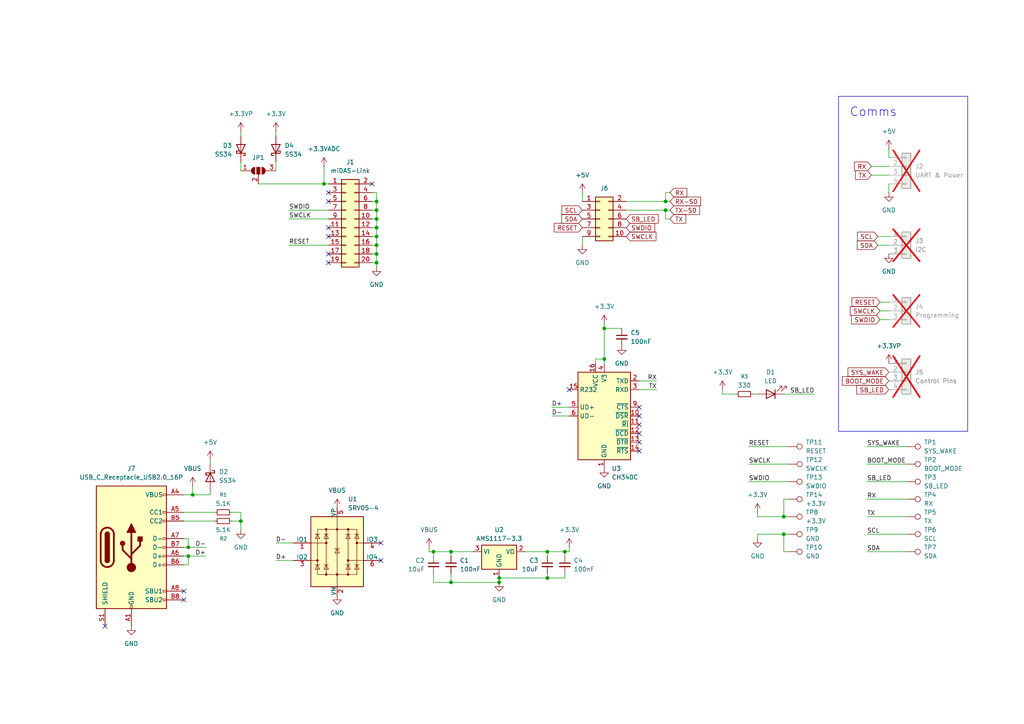
<source format=kicad_sch>
(kicad_sch (version 20250114) (generator "eeschema") (generator_version "9.0")
  (paper "A4")
  (lib_symbols
    (symbol "Connector:TestPoint" (pin_numbers (hide yes)) (pin_names (offset 0.762) (hide yes))
      (property "Reference" "TP" (at 0 6.858 0))
      (property "Value" "TestPoint" (at 0 5.08 0))
      (symbol "TestPoint_0_1"
        (circle (center 0 3.302) (radius 0.762))
      )
      (symbol "TestPoint_1_1"
        (pin passive line (at 0 0 90) (length 2.54) (name "1") (number "1"))
      )
    )
    (symbol "Connector:USB_C_Receptacle_USB2.0_16P" (pin_names (offset 1.016))
      (property "Reference" "J" (at 0 22.225 0))
      (property "Value" "USB_C_Receptacle_USB2.0_16P" (at 0 19.685 0))
      (symbol "USB_C_Receptacle_USB2.0_16P_0_0"
        (rectangle (start -0.254 -17.78) (end 0.254 -16.764))
        (rectangle (start 10.16 15.494) (end 9.144 14.986))
        (rectangle (start 10.16 10.414) (end 9.144 9.906))
        (rectangle (start 10.16 7.874) (end 9.144 7.366))
        (rectangle (start 10.16 2.794) (end 9.144 2.286))
        (rectangle (start 10.16 0.254) (end 9.144 -0.254))
        (rectangle (start 10.16 -2.286) (end 9.144 -2.794))
        (rectangle (start 10.16 -4.826) (end 9.144 -5.334))
        (rectangle (start 10.16 -12.446) (end 9.144 -12.954))
        (rectangle (start 10.16 -14.986) (end 9.144 -15.494))
      )
      (symbol "USB_C_Receptacle_USB2.0_16P_0_1"
        (rectangle (start -10.16 17.78) (end 10.16 -17.78) (stroke (width 0.254)) (fill (type background)))
        (polyline (pts (xy -8.89 -3.81) (xy -8.89 3.81)) (stroke (width 0.508)))
        (rectangle (start -7.62 -3.81) (end -6.35 3.81) (stroke (width 0.254)) (fill (type outline)))
        (arc (start -7.62 3.81) (mid -6.985 4.4423) (end -6.35 3.81) (stroke (width 0.254)))
        (arc (start -7.62 3.81) (mid -6.985 4.4423) (end -6.35 3.81) (stroke (width 0.254)) (fill (type outline)))
        (arc (start -8.89 3.81) (mid -6.985 5.7067) (end -5.08 3.81) (stroke (width 0.508)))
        (arc (start -5.08 -3.81) (mid -6.985 -5.7067) (end -8.89 -3.81) (stroke (width 0.508)))
        (arc (start -6.35 -3.81) (mid -6.985 -4.4423) (end -7.62 -3.81) (stroke (width 0.254)))
        (arc (start -6.35 -3.81) (mid -6.985 -4.4423) (end -7.62 -3.81) (stroke (width 0.254)) (fill (type outline)))
        (polyline (pts (xy -5.08 3.81) (xy -5.08 -3.81)) (stroke (width 0.508)))
        (circle (center -2.54 1.143) (radius 0.635) (stroke (width 0.254)) (fill (type outline)))
        (polyline (pts (xy -1.27 4.318) (xy 0 6.858) (xy 1.27 4.318) (xy -1.27 4.318)) (stroke (width 0.254)) (fill (type outline)))
        (polyline (pts (xy 0 -2.032) (xy 2.54 0.508) (xy 2.54 1.778)) (stroke (width 0.508)))
        (polyline (pts (xy 0 -3.302) (xy -2.54 -0.762) (xy -2.54 0.508)) (stroke (width 0.508)))
        (polyline (pts (xy 0 -5.842) (xy 0 4.318)) (stroke (width 0.508)))
        (circle (center 0 -5.842) (radius 1.27) (fill (type outline)))
        (rectangle (start 1.905 1.778) (end 3.175 3.048) (stroke (width 0.254)) (fill (type outline)))
      )
      (symbol "USB_C_Receptacle_USB2.0_16P_1_1"
        (pin passive line (at -7.62 -22.86 90) (length 5.08) (name "SHIELD") (number "S1"))
        (pin passive line (at 0 -22.86 90) (length 5.08) (name "GND") (number "A1"))
        (pin passive line (at 0 -22.86 90) (length 5.08) (hide yes) (name "GND") (number "A12"))
        (pin passive line (at 0 -22.86 90) (length 5.08) (hide yes) (name "GND") (number "B1"))
        (pin passive line (at 0 -22.86 90) (length 5.08) (hide yes) (name "GND") (number "B12"))
        (pin passive line (at 15.24 15.24 180) (length 5.08) (name "VBUS") (number "A4"))
        (pin passive line (at 15.24 15.24 180) (length 5.08) (hide yes) (name "VBUS") (number "A9"))
        (pin passive line (at 15.24 15.24 180) (length 5.08) (hide yes) (name "VBUS") (number "B4"))
        (pin passive line (at 15.24 15.24 180) (length 5.08) (hide yes) (name "VBUS") (number "B9"))
        (pin bidirectional line (at 15.24 10.16 180) (length 5.08) (name "CC1") (number "A5"))
        (pin bidirectional line (at 15.24 7.62 180) (length 5.08) (name "CC2") (number "B5"))
        (pin bidirectional line (at 15.24 2.54 180) (length 5.08) (name "D-") (number "A7"))
        (pin bidirectional line (at 15.24 0 180) (length 5.08) (name "D-") (number "B7"))
        (pin bidirectional line (at 15.24 -2.54 180) (length 5.08) (name "D+") (number "A6"))
        (pin bidirectional line (at 15.24 -5.08 180) (length 5.08) (name "D+") (number "B6"))
        (pin bidirectional line (at 15.24 -12.7 180) (length 5.08) (name "SBU1") (number "A8"))
        (pin bidirectional line (at 15.24 -15.24 180) (length 5.08) (name "SBU2") (number "B8"))
      )
    )
    (symbol "Connector_Generic:Conn_01x03" (pin_names (offset 1.016) (hide yes))
      (property "Reference" "J" (at 0 5.08 0))
      (property "Value" "Conn_01x03" (at 0 -5.08 0))
      (symbol "Conn_01x03_1_1"
        (rectangle (start -1.27 3.81) (end 1.27 -3.81) (stroke (width 0.254)) (fill (type background)))
        (rectangle (start -1.27 2.667) (end 0 2.413) (stroke (width 0.1524)))
        (rectangle (start -1.27 0.127) (end 0 -0.127) (stroke (width 0.1524)))
        (rectangle (start -1.27 -2.413) (end 0 -2.667) (stroke (width 0.1524)))
        (pin passive line (at -5.08 2.54 0) (length 3.81) (name "Pin_1") (number "1"))
        (pin passive line (at -5.08 0 0) (length 3.81) (name "Pin_2") (number "2"))
        (pin passive line (at -5.08 -2.54 0) (length 3.81) (name "Pin_3") (number "3"))
      )
    )
    (symbol "Connector_Generic:Conn_01x04" (pin_names (offset 1.016) (hide yes))
      (property "Reference" "J" (at 0 5.08 0))
      (property "Value" "Conn_01x04" (at 0 -7.62 0))
      (symbol "Conn_01x04_1_1"
        (rectangle (start -1.27 3.81) (end 1.27 -6.35) (stroke (width 0.254)) (fill (type background)))
        (rectangle (start -1.27 2.667) (end 0 2.413) (stroke (width 0.1524)))
        (rectangle (start -1.27 0.127) (end 0 -0.127) (stroke (width 0.1524)))
        (rectangle (start -1.27 -2.413) (end 0 -2.667) (stroke (width 0.1524)))
        (rectangle (start -1.27 -4.953) (end 0 -5.207) (stroke (width 0.1524)))
        (pin passive line (at -5.08 2.54 0) (length 3.81) (name "Pin_1") (number "1"))
        (pin passive line (at -5.08 0 0) (length 3.81) (name "Pin_2") (number "2"))
        (pin passive line (at -5.08 -2.54 0) (length 3.81) (name "Pin_3") (number "3"))
        (pin passive line (at -5.08 -5.08 0) (length 3.81) (name "Pin_4") (number "4"))
      )
    )
    (symbol "Connector_Generic:Conn_02x05_Odd_Even" (pin_names (offset 1.016) (hide yes))
      (property "Reference" "J" (at 1.27 7.62 0))
      (property "Value" "Conn_02x05_Odd_Even" (at 1.27 -7.62 0))
      (symbol "Conn_02x05_Odd_Even_1_1"
        (rectangle (start -1.27 6.35) (end 3.81 -6.35) (stroke (width 0.254)) (fill (type background)))
        (rectangle (start -1.27 5.207) (end 0 4.953) (stroke (width 0.1524)))
        (rectangle (start -1.27 2.667) (end 0 2.413) (stroke (width 0.1524)))
        (rectangle (start -1.27 0.127) (end 0 -0.127) (stroke (width 0.1524)))
        (rectangle (start -1.27 -2.413) (end 0 -2.667) (stroke (width 0.1524)))
        (rectangle (start -1.27 -4.953) (end 0 -5.207) (stroke (width 0.1524)))
        (rectangle (start 3.81 5.207) (end 2.54 4.953) (stroke (width 0.1524)))
        (rectangle (start 3.81 2.667) (end 2.54 2.413) (stroke (width 0.1524)))
        (rectangle (start 3.81 0.127) (end 2.54 -0.127) (stroke (width 0.1524)))
        (rectangle (start 3.81 -2.413) (end 2.54 -2.667) (stroke (width 0.1524)))
        (rectangle (start 3.81 -4.953) (end 2.54 -5.207) (stroke (width 0.1524)))
        (pin passive line (at -5.08 5.08 0) (length 3.81) (name "Pin_1") (number "1"))
        (pin passive line (at -5.08 2.54 0) (length 3.81) (name "Pin_3") (number "3"))
        (pin passive line (at -5.08 0 0) (length 3.81) (name "Pin_5") (number "5"))
        (pin passive line (at -5.08 -2.54 0) (length 3.81) (name "Pin_7") (number "7"))
        (pin passive line (at -5.08 -5.08 0) (length 3.81) (name "Pin_9") (number "9"))
        (pin passive line (at 7.62 5.08 180) (length 3.81) (name "Pin_2") (number "2"))
        (pin passive line (at 7.62 2.54 180) (length 3.81) (name "Pin_4") (number "4"))
        (pin passive line (at 7.62 0 180) (length 3.81) (name "Pin_6") (number "6"))
        (pin passive line (at 7.62 -2.54 180) (length 3.81) (name "Pin_8") (number "8"))
        (pin passive line (at 7.62 -5.08 180) (length 3.81) (name "Pin_10") (number "10"))
      )
    )
    (symbol "Connector_Generic:Conn_02x10_Odd_Even" (pin_names (offset 1.016) (hide yes))
      (property "Reference" "J" (at 1.27 12.7 0))
      (property "Value" "Conn_02x10_Odd_Even" (at 1.27 -15.24 0))
      (symbol "Conn_02x10_Odd_Even_1_1"
        (rectangle (start -1.27 11.43) (end 3.81 -13.97) (stroke (width 0.254)) (fill (type background)))
        (rectangle (start -1.27 10.287) (end 0 10.033) (stroke (width 0.1524)))
        (rectangle (start -1.27 7.747) (end 0 7.493) (stroke (width 0.1524)))
        (rectangle (start -1.27 5.207) (end 0 4.953) (stroke (width 0.1524)))
        (rectangle (start -1.27 2.667) (end 0 2.413) (stroke (width 0.1524)))
        (rectangle (start -1.27 0.127) (end 0 -0.127) (stroke (width 0.1524)))
        (rectangle (start -1.27 -2.413) (end 0 -2.667) (stroke (width 0.1524)))
        (rectangle (start -1.27 -4.953) (end 0 -5.207) (stroke (width 0.1524)))
        (rectangle (start -1.27 -7.493) (end 0 -7.747) (stroke (width 0.1524)))
        (rectangle (start -1.27 -10.033) (end 0 -10.287) (stroke (width 0.1524)))
        (rectangle (start -1.27 -12.573) (end 0 -12.827) (stroke (width 0.1524)))
        (rectangle (start 3.81 10.287) (end 2.54 10.033) (stroke (width 0.1524)))
        (rectangle (start 3.81 7.747) (end 2.54 7.493) (stroke (width 0.1524)))
        (rectangle (start 3.81 5.207) (end 2.54 4.953) (stroke (width 0.1524)))
        (rectangle (start 3.81 2.667) (end 2.54 2.413) (stroke (width 0.1524)))
        (rectangle (start 3.81 0.127) (end 2.54 -0.127) (stroke (width 0.1524)))
        (rectangle (start 3.81 -2.413) (end 2.54 -2.667) (stroke (width 0.1524)))
        (rectangle (start 3.81 -4.953) (end 2.54 -5.207) (stroke (width 0.1524)))
        (rectangle (start 3.81 -7.493) (end 2.54 -7.747) (stroke (width 0.1524)))
        (rectangle (start 3.81 -10.033) (end 2.54 -10.287) (stroke (width 0.1524)))
        (rectangle (start 3.81 -12.573) (end 2.54 -12.827) (stroke (width 0.1524)))
        (pin passive line (at -5.08 10.16 0) (length 3.81) (name "Pin_1") (number "1"))
        (pin passive line (at -5.08 7.62 0) (length 3.81) (name "Pin_3") (number "3"))
        (pin passive line (at -5.08 5.08 0) (length 3.81) (name "Pin_5") (number "5"))
        (pin passive line (at -5.08 2.54 0) (length 3.81) (name "Pin_7") (number "7"))
        (pin passive line (at -5.08 0 0) (length 3.81) (name "Pin_9") (number "9"))
        (pin passive line (at -5.08 -2.54 0) (length 3.81) (name "Pin_11") (number "11"))
        (pin passive line (at -5.08 -5.08 0) (length 3.81) (name "Pin_13") (number "13"))
        (pin passive line (at -5.08 -7.62 0) (length 3.81) (name "Pin_15") (number "15"))
        (pin passive line (at -5.08 -10.16 0) (length 3.81) (name "Pin_17") (number "17"))
        (pin passive line (at -5.08 -12.7 0) (length 3.81) (name "Pin_19") (number "19"))
        (pin passive line (at 7.62 10.16 180) (length 3.81) (name "Pin_2") (number "2"))
        (pin passive line (at 7.62 7.62 180) (length 3.81) (name "Pin_4") (number "4"))
        (pin passive line (at 7.62 5.08 180) (length 3.81) (name "Pin_6") (number "6"))
        (pin passive line (at 7.62 2.54 180) (length 3.81) (name "Pin_8") (number "8"))
        (pin passive line (at 7.62 0 180) (length 3.81) (name "Pin_10") (number "10"))
        (pin passive line (at 7.62 -2.54 180) (length 3.81) (name "Pin_12") (number "12"))
        (pin passive line (at 7.62 -5.08 180) (length 3.81) (name "Pin_14") (number "14"))
        (pin passive line (at 7.62 -7.62 180) (length 3.81) (name "Pin_16") (number "16"))
        (pin passive line (at 7.62 -10.16 180) (length 3.81) (name "Pin_18") (number "18"))
        (pin passive line (at 7.62 -12.7 180) (length 3.81) (name "Pin_20") (number "20"))
      )
    )
    (symbol "Device:C_Small" (pin_numbers (hide yes)) (pin_names (offset 0.254) (hide yes))
      (property "Reference" "C" (at 0.254 1.778 0))
      (property "Value" "C_Small" (at 0.254 -2.032 0))
      (symbol "C_Small_0_1"
        (polyline (pts (xy -1.524 0.508) (xy 1.524 0.508)) (stroke (width 0.3048)))
        (polyline (pts (xy -1.524 -0.508) (xy 1.524 -0.508)) (stroke (width 0.3302)))
      )
      (symbol "C_Small_1_1"
        (pin passive line (at 0 2.54 270) (length 2.032) (name "~") (number "1"))
        (pin passive line (at 0 -2.54 90) (length 2.032) (name "~") (number "2"))
      )
    )
    (symbol "Device:LED" (pin_numbers (hide yes)) (pin_names (offset 1.016) (hide yes))
      (property "Reference" "D" (at 0 2.54 0))
      (property "Value" "LED" (at 0 -2.54 0))
      (symbol "LED_0_1"
        (polyline (pts (xy -3.048 -0.762) (xy -4.572 -2.286) (xy -3.81 -2.286) (xy -4.572 -2.286) (xy -4.572 -1.524)))
        (polyline (pts (xy -1.778 -0.762) (xy -3.302 -2.286) (xy -2.54 -2.286) (xy -3.302 -2.286) (xy -3.302 -1.524)))
        (polyline (pts (xy -1.27 0) (xy 1.27 0)))
        (polyline (pts (xy -1.27 -1.27) (xy -1.27 1.27)) (stroke (width 0.254)))
        (polyline (pts (xy 1.27 -1.27) (xy 1.27 1.27) (xy -1.27 0) (xy 1.27 -1.27)) (stroke (width 0.254)))
      )
      (symbol "LED_1_1"
        (pin passive line (at -3.81 0 0) (length 2.54) (name "K") (number "1"))
        (pin passive line (at 3.81 0 180) (length 2.54) (name "A") (number "2"))
      )
    )
    (symbol "Device:R_Small" (pin_numbers (hide yes)) (pin_names (offset 0.254) (hide yes))
      (property "Reference" "R" (at 0 0 90))
      (property "Value" "R_Small" (at 1.778 0 90))
      (symbol "R_Small_0_1"
        (rectangle (start -0.762 1.778) (end 0.762 -1.778) (stroke (width 0.2032)))
      )
      (symbol "R_Small_1_1"
        (pin passive line (at 0 2.54 270) (length 0.762) (name "~") (number "1"))
        (pin passive line (at 0 -2.54 90) (length 0.762) (name "~") (number "2"))
      )
    )
    (symbol "Diode:SS34" (pin_numbers (hide yes)) (pin_names (offset 1.016) (hide yes))
      (property "Reference" "D" (at 0 2.54 0))
      (property "Value" "SS34" (at 0 -2.54 0))
      (symbol "SS34_0_1"
        (polyline (pts (xy -1.905 0.635) (xy -1.905 1.27) (xy -1.27 1.27) (xy -1.27 -1.27) (xy -0.635 -1.27) (xy -0.635 -0.635)) (stroke (width 0.254)))
        (polyline (pts (xy 1.27 1.27) (xy 1.27 -1.27) (xy -1.27 0) (xy 1.27 1.27)) (stroke (width 0.254)))
        (polyline (pts (xy 1.27 0) (xy -1.27 0)))
      )
      (symbol "SS34_1_1"
        (pin passive line (at -3.81 0 0) (length 2.54) (name "K") (number "1"))
        (pin passive line (at 3.81 0 180) (length 2.54) (name "A") (number "2"))
      )
    )
    (symbol "Interface_USB:CH340C"
      (property "Reference" "U" (at -5.08 13.97 0))
      (property "Value" "CH340C" (at 1.27 13.97 0))
      (symbol "CH340C_0_1"
        (rectangle (start -7.62 12.7) (end 7.62 -12.7) (stroke (width 0.254)) (fill (type background)))
      )
      (symbol "CH340C_1_1"
        (pin input line (at -10.16 7.62 0) (length 2.54) (name "R232") (number "15"))
        (pin bidirectional line (at -10.16 2.54 0) (length 2.54) (name "UD+") (number "5"))
        (pin bidirectional line (at -10.16 0 0) (length 2.54) (name "UD-") (number "6"))
        (pin no_connect line (at -7.62 -5.08 0) (length 2.54) (hide yes) (name "NC") (number "7"))
        (pin no_connect line (at -7.62 -7.62 0) (length 2.54) (hide yes) (name "NC") (number "8"))
        (pin power_in line (at -2.54 15.24 270) (length 2.54) (name "VCC") (number "16"))
        (pin power_out line (at 0 15.24 270) (length 2.54) (name "V3") (number "4"))
        (pin power_in line (at 0 -15.24 90) (length 2.54) (name "GND") (number "1"))
        (pin output line (at 10.16 10.16 180) (length 2.54) (name "TXD") (number "2"))
        (pin input line (at 10.16 7.62 180) (length 2.54) (name "RXD") (number "3"))
        (pin input line (at 10.16 2.54 180) (length 2.54) (name "~{CTS}") (number "9"))
        (pin input line (at 10.16 0 180) (length 2.54) (name "~{DSR}") (number "10"))
        (pin input line (at 10.16 -2.54 180) (length 2.54) (name "~{RI}") (number "11"))
        (pin input line (at 10.16 -5.08 180) (length 2.54) (name "~{DCD}") (number "12"))
        (pin output line (at 10.16 -7.62 180) (length 2.54) (name "~{DTR}") (number "13"))
        (pin output line (at 10.16 -10.16 180) (length 2.54) (name "~{RTS}") (number "14"))
      )
    )
    (symbol "Jumper:SolderJumper_3_Open" (pin_names (offset 0) (hide yes)) (in_bom no)
      (property "Reference" "JP" (at -2.54 -2.54 0))
      (property "Value" "SolderJumper_3_Open" (at 0 2.794 0))
      (symbol "SolderJumper_3_Open_0_1"
        (polyline (pts (xy -2.54 0) (xy -2.032 0)))
        (polyline (pts (xy -1.016 1.016) (xy -1.016 -1.016)))
        (arc (start -1.016 -1.016) (mid -2.0276 0) (end -1.016 1.016))
        (arc (start -1.016 -1.016) (mid -2.0276 0) (end -1.016 1.016) (fill (type outline)))
        (rectangle (start -0.508 1.016) (end 0.508 -1.016) (fill (type outline)))
        (polyline (pts (xy 0 -1.27) (xy 0 -1.016)))
        (arc (start 1.016 1.016) (mid 2.0276 0) (end 1.016 -1.016))
        (arc (start 1.016 1.016) (mid 2.0276 0) (end 1.016 -1.016) (fill (type outline)))
        (polyline (pts (xy 1.016 1.016) (xy 1.016 -1.016)))
        (polyline (pts (xy 2.54 0) (xy 2.032 0)))
      )
      (symbol "SolderJumper_3_Open_1_1"
        (pin passive line (at -5.08 0 0) (length 2.54) (name "A") (number "1"))
        (pin passive line (at 0 -3.81 90) (length 2.54) (name "C") (number "2"))
        (pin passive line (at 5.08 0 180) (length 2.54) (name "B") (number "3"))
      )
    )
    (symbol "Power_Protection:SRV05-4" (pin_names (offset 0))
      (property "Reference" "U" (at -5.08 11.43 0))
      (property "Value" "SRV05-4" (at 2.54 11.43 0))
      (symbol "SRV05-4_0_0"
        (rectangle (start -5.715 6.477) (end 5.715 -6.604))
        (polyline (pts (xy -3.175 -6.604) (xy -3.175 6.477)))
        (polyline (pts (xy 3.175 6.477) (xy 3.175 -6.604)))
      )
      (symbol "SRV05-4_0_1"
        (polyline (pts (xy -7.747 2.54) (xy -3.175 2.54)))
        (rectangle (start -7.62 10.16) (end 7.62 -10.16) (stroke (width 0.254)) (fill (type background)))
        (polyline (pts (xy -7.62 -2.54) (xy -5.715 -2.54)))
        (circle (center -5.715 -2.54) (radius 0.2794) (fill (type outline)))
        (polyline (pts (xy -5.08 5.08) (xy -6.35 5.08)))
        (polyline (pts (xy -5.08 3.81) (xy -6.35 3.81) (xy -5.715 5.08) (xy -5.08 3.81)))
        (polyline (pts (xy -5.08 -3.81) (xy -6.35 -3.81)))
        (polyline (pts (xy -5.08 -5.08) (xy -6.35 -5.08) (xy -5.715 -3.81) (xy -5.08 -5.08)))
        (circle (center -3.175 6.477) (radius 0.2794) (fill (type outline)))
        (circle (center -3.175 2.54) (radius 0.2794) (fill (type outline)))
        (circle (center -3.175 -6.604) (radius 0.2794) (fill (type outline)))
        (polyline (pts (xy -2.54 5.08) (xy -3.81 5.08)))
        (polyline (pts (xy -2.54 3.81) (xy -3.81 3.81) (xy -3.175 5.08) (xy -2.54 3.81)))
        (polyline (pts (xy -2.54 -3.81) (xy -3.81 -3.81)))
        (polyline (pts (xy -2.54 -5.08) (xy -3.81 -5.08) (xy -3.175 -3.81) (xy -2.54 -5.08)))
        (polyline (pts (xy 0 10.16) (xy 0 -10.16)))
        (circle (center 0 6.477) (radius 0.2794) (fill (type outline)))
        (circle (center 0 -6.604) (radius 0.2794) (fill (type outline)))
        (polyline (pts (xy 0.635 0.889) (xy -0.635 0.889) (xy -0.635 0.635)))
        (polyline (pts (xy 0.635 -0.381) (xy -0.635 -0.381) (xy 0 0.889) (xy 0.635 -0.381)))
        (circle (center 3.175 6.477) (radius 0.2794) (fill (type outline)))
        (circle (center 3.175 -2.54) (radius 0.2794) (fill (type outline)))
        (circle (center 3.175 -6.604) (radius 0.2794) (fill (type outline)))
        (polyline (pts (xy 3.81 5.08) (xy 2.54 5.08)))
        (polyline (pts (xy 3.81 3.81) (xy 2.54 3.81) (xy 3.175 5.08) (xy 3.81 3.81)))
        (polyline (pts (xy 3.81 -3.81) (xy 2.54 -3.81)))
        (polyline (pts (xy 3.81 -5.08) (xy 2.54 -5.08) (xy 3.175 -3.81) (xy 3.81 -5.08)))
        (circle (center 5.715 2.54) (radius 0.2794) (fill (type outline)))
        (polyline (pts (xy 6.35 5.08) (xy 5.08 5.08)))
        (polyline (pts (xy 6.35 3.81) (xy 5.08 3.81) (xy 5.715 5.08) (xy 6.35 3.81)))
        (polyline (pts (xy 6.35 -3.81) (xy 5.08 -3.81)))
        (polyline (pts (xy 6.35 -5.08) (xy 5.08 -5.08) (xy 5.715 -3.81) (xy 6.35 -5.08)))
        (polyline (pts (xy 7.62 2.54) (xy 5.715 2.54)))
        (polyline (pts (xy 7.62 -2.54) (xy 3.175 -2.54)))
      )
      (symbol "SRV05-4_1_1"
        (pin passive line (at -12.7 2.54 0) (length 5.08) (name "IO1") (number "1"))
        (pin passive line (at -12.7 -2.54 0) (length 5.08) (name "IO2") (number "3"))
        (pin passive line (at 0 12.7 270) (length 2.54) (name "VP") (number "5"))
        (pin passive line (at 0 -12.7 90) (length 2.54) (name "VN") (number "2"))
        (pin passive line (at 12.7 2.54 180) (length 5.08) (name "IO3") (number "4"))
        (pin passive line (at 12.7 -2.54 180) (length 5.08) (name "IO4") (number "6"))
      )
    )
    (symbol "Regulator_Linear:AMS1117-3.3"
      (property "Reference" "U" (at -3.81 3.175 0))
      (property "Value" "AMS1117-3.3" (at 0 3.175 0))
      (symbol "AMS1117-3.3_0_1"
        (rectangle (start -5.08 -5.08) (end 5.08 1.905) (stroke (width 0.254)) (fill (type background)))
      )
      (symbol "AMS1117-3.3_1_1"
        (pin power_in line (at -7.62 0 0) (length 2.54) (name "VI") (number "3"))
        (pin power_in line (at 0 -7.62 90) (length 2.54) (name "GND") (number "1"))
        (pin power_out line (at 7.62 0 180) (length 2.54) (name "VO") (number "2"))
      )
    )
    (symbol "power:+3.3V" (power) (pin_numbers (hide yes)) (pin_names (offset 0) (hide yes))
      (property "Value" "+3.3V" (at 0 3.556 0))
      (symbol "+3.3V_0_1"
        (polyline (pts (xy -0.762 1.27) (xy 0 2.54)))
        (polyline (pts (xy 0 2.54) (xy 0.762 1.27)))
        (polyline (pts (xy 0 0) (xy 0 2.54)))
      )
      (symbol "+3.3V_1_1"
        (pin power_in line (at 0 0 90) (length 0) (name "~") (number "1"))
      )
    )
    (symbol "power:+3.3VADC" (power) (pin_numbers (hide yes)) (pin_names (offset 0) (hide yes))
      (property "Value" "+3.3VADC" (at 0 3.556 0))
      (symbol "+3.3VADC_0_0"
        (pin power_in line (at 0 0 90) (length 0) (name "~") (number "1"))
      )
      (symbol "+3.3VADC_0_1"
        (polyline (pts (xy -0.762 1.27) (xy 0 2.54)))
        (polyline (pts (xy 0 2.54) (xy 0.762 1.27)))
        (polyline (pts (xy 0 0) (xy 0 2.54)))
      )
    )
    (symbol "power:+3.3VP" (power) (pin_numbers (hide yes)) (pin_names (offset 0) (hide yes))
      (property "Value" "+3.3VP" (at 0 3.556 0))
      (symbol "+3.3VP_0_0"
        (pin power_in line (at 0 0 90) (length 0) (name "~") (number "1"))
      )
      (symbol "+3.3VP_0_1"
        (polyline (pts (xy -0.762 1.27) (xy 0 2.54)))
        (polyline (pts (xy 0 2.54) (xy 0.762 1.27)))
        (polyline (pts (xy 0 0) (xy 0 2.54)))
      )
    )
    (symbol "power:+5V" (power) (pin_numbers (hide yes)) (pin_names (offset 0) (hide yes))
      (property "Value" "+5V" (at 0 3.556 0))
      (symbol "+5V_0_1"
        (polyline (pts (xy -0.762 1.27) (xy 0 2.54)))
        (polyline (pts (xy 0 2.54) (xy 0.762 1.27)))
        (polyline (pts (xy 0 0) (xy 0 2.54)))
      )
      (symbol "+5V_1_1"
        (pin power_in line (at 0 0 90) (length 0) (name "~") (number "1"))
      )
    )
    (symbol "power:GND" (power) (pin_numbers (hide yes)) (pin_names (offset 0) (hide yes))
      (property "Value" "GND" (at 0 -3.81 0))
      (symbol "GND_0_1"
        (polyline (pts (xy 0 0) (xy 0 -1.27) (xy 1.27 -1.27) (xy 0 -2.54) (xy -1.27 -1.27) (xy 0 -1.27)))
      )
      (symbol "GND_1_1"
        (pin power_in line (at 0 0 270) (length 0) (name "~") (number "1"))
      )
    )
    (symbol "power:VBUS" (power) (pin_numbers (hide yes)) (pin_names (offset 0) (hide yes))
      (property "Value" "VBUS" (at 0 3.556 0))
      (symbol "VBUS_0_1"
        (polyline (pts (xy -0.762 1.27) (xy 0 2.54)))
        (polyline (pts (xy 0 2.54) (xy 0.762 1.27)))
        (polyline (pts (xy 0 0) (xy 0 2.54)))
      )
      (symbol "VBUS_1_1"
        (pin power_in line (at 0 0 90) (length 0) (name "~") (number "1"))
      )
    )
  )
  (rectangle (start 243.205 27.94) (end 280.67 125.095))
  (text "Comms" (at 246.38 31.115 0) (effects (font (size 2.54 2.54)) (justify left top)))
  (junction (at 54.61 161.29))
  (junction (at 144.78 167.64))
  (junction (at 130.81 160.02))
  (junction (at 158.75 160.02))
  (junction (at 125.73 160.02))
  (junction (at 55.88 143.51))
  (junction (at 109.22 73.66))
  (junction (at 158.75 167.64))
  (junction (at 109.22 71.12))
  (junction (at 109.22 68.58))
  (junction (at 109.22 76.2))
  (junction (at 175.26 104.14))
  (junction (at 109.22 58.42))
  (junction (at 93.98 53.34))
  (junction (at 130.81 168.91))
  (junction (at 54.61 158.75))
  (junction (at 144.78 168.91))
  (junction (at 163.83 160.02))
  (junction (at 193.04 58.42))
  (junction (at 69.85 151.13))
  (junction (at 175.26 95.25))
  (junction (at 109.22 66.04))
  (junction (at 109.22 63.5))
  (junction (at 227.33 154.94))
  (junction (at 109.22 60.96))
  (junction (at 193.04 60.96))
  (junction (at 227.33 149.86))
  (no_connect (at 95.25 66.04))
  (no_connect (at 53.34 173.99))
  (no_connect (at 95.25 73.66))
  (no_connect (at 95.25 55.88))
  (no_connect (at 107.95 53.34))
  (no_connect (at 110.49 157.48))
  (no_connect (at 185.42 130.81))
  (no_connect (at 95.25 58.42))
  (no_connect (at 185.42 123.19))
  (no_connect (at 110.49 162.56))
  (no_connect (at 185.42 118.11))
  (no_connect (at 95.25 68.58))
  (no_connect (at 185.42 125.73))
  (no_connect (at 165.1 113.03))
  (no_connect (at 95.25 76.2))
  (no_connect (at 30.48 181.61))
  (no_connect (at 185.42 128.27))
  (no_connect (at 53.34 171.45))
  (no_connect (at 185.42 120.65))
  (wire (pts (xy 227.33 154.94) (xy 227.33 160.02)))
  (wire (pts (xy 85.09 162.56) (xy 80.01 162.56)))
  (wire (pts (xy 209.55 113.03) (xy 209.55 114.3)))
  (wire (pts (xy 109.22 68.58) (xy 109.22 71.12)))
  (wire (pts (xy 158.75 167.64) (xy 144.78 167.64)))
  (wire (pts (xy 219.71 154.94) (xy 227.33 154.94)))
  (wire (pts (xy 109.22 73.66) (xy 109.22 76.2)))
  (wire (pts (xy 109.22 58.42) (xy 109.22 60.96)))
  (wire (pts (xy 194.31 55.88) (xy 193.04 55.88)))
  (wire (pts (xy 124.46 158.75) (xy 124.46 160.02)))
  (wire (pts (xy 163.83 161.29) (xy 163.83 160.02)))
  (wire (pts (xy 54.61 161.29) (xy 54.61 163.83)))
  (wire (pts (xy 55.88 140.97) (xy 55.88 143.51)))
  (wire (pts (xy 255.27 92.71) (xy 257.81 92.71)))
  (wire (pts (xy 158.75 166.37) (xy 158.75 167.64)))
  (wire (pts (xy 252.73 50.8) (xy 257.81 50.8)))
  (wire (pts (xy 69.85 38.1) (xy 69.85 39.37)))
  (wire (pts (xy 255.27 87.63) (xy 257.81 87.63)))
  (wire (pts (xy 193.04 58.42) (xy 181.61 58.42)))
  (wire (pts (xy 168.91 68.58) (xy 168.91 71.12)))
  (wire (pts (xy 193.04 55.88) (xy 193.04 58.42)))
  (wire (pts (xy 80.01 38.1) (xy 80.01 39.37)))
  (wire (pts (xy 185.42 113.03) (xy 190.5 113.03)))
  (wire (pts (xy 175.26 95.25) (xy 175.26 104.14)))
  (wire (pts (xy 109.22 76.2) (xy 109.22 77.47)))
  (wire (pts (xy 53.34 148.59) (xy 62.23 148.59)))
  (wire (pts (xy 257.81 43.18) (xy 257.81 45.72)))
  (wire (pts (xy 228.6 144.78) (xy 227.33 144.78)))
  (wire (pts (xy 219.71 148.59) (xy 219.71 149.86)))
  (wire (pts (xy 107.95 68.58) (xy 109.22 68.58)))
  (wire (pts (xy 85.09 157.48) (xy 80.01 157.48)))
  (wire (pts (xy 165.1 160.02) (xy 163.83 160.02)))
  (wire (pts (xy 255.27 90.17) (xy 257.81 90.17)))
  (wire (pts (xy 109.22 60.96) (xy 109.22 63.5)))
  (wire (pts (xy 109.22 71.12) (xy 109.22 73.66)))
  (wire (pts (xy 165.1 120.65) (xy 160.02 120.65)))
  (wire (pts (xy 109.22 55.88) (xy 109.22 58.42)))
  (wire (pts (xy 227.33 149.86) (xy 228.6 149.86)))
  (wire (pts (xy 165.1 158.75) (xy 165.1 160.02)))
  (wire (pts (xy 69.85 153.67) (xy 69.85 151.13)))
  (wire (pts (xy 107.95 60.96) (xy 109.22 60.96)))
  (wire (pts (xy 60.96 133.35) (xy 60.96 134.62)))
  (wire (pts (xy 53.34 161.29) (xy 54.61 161.29)))
  (wire (pts (xy 53.34 156.21) (xy 54.61 156.21)))
  (wire (pts (xy 163.83 167.64) (xy 158.75 167.64)))
  (wire (pts (xy 168.91 55.88) (xy 168.91 58.42)))
  (wire (pts (xy 93.98 53.34) (xy 95.25 53.34)))
  (wire (pts (xy 83.82 60.96) (xy 95.25 60.96)))
  (wire (pts (xy 107.95 73.66) (xy 109.22 73.66)))
  (wire (pts (xy 175.26 95.25) (xy 180.34 95.25)))
  (wire (pts (xy 107.95 58.42) (xy 109.22 58.42)))
  (wire (pts (xy 165.1 118.11) (xy 160.02 118.11)))
  (wire (pts (xy 69.85 46.99) (xy 69.85 49.53)))
  (wire (pts (xy 69.85 148.59) (xy 69.85 151.13)))
  (wire (pts (xy 109.22 66.04) (xy 109.22 68.58)))
  (wire (pts (xy 158.75 161.29) (xy 158.75 160.02)))
  (wire (pts (xy 125.73 168.91) (xy 130.81 168.91)))
  (wire (pts (xy 217.17 129.54) (xy 228.6 129.54)))
  (wire (pts (xy 62.23 151.13) (xy 53.34 151.13)))
  (wire (pts (xy 193.04 63.5) (xy 193.04 60.96)))
  (wire (pts (xy 54.61 158.75) (xy 59.69 158.75)))
  (wire (pts (xy 144.78 168.91) (xy 144.78 167.64)))
  (wire (pts (xy 227.33 154.94) (xy 228.6 154.94)))
  (wire (pts (xy 251.46 144.78) (xy 262.89 144.78)))
  (wire (pts (xy 209.55 114.3) (xy 213.36 114.3)))
  (wire (pts (xy 251.46 160.02) (xy 262.89 160.02)))
  (wire (pts (xy 83.82 63.5) (xy 95.25 63.5)))
  (wire (pts (xy 254.635 71.12) (xy 257.81 71.12)))
  (wire (pts (xy 69.85 151.13) (xy 67.31 151.13)))
  (wire (pts (xy 130.81 168.91) (xy 144.78 168.91)))
  (wire (pts (xy 251.46 134.62) (xy 262.89 134.62)))
  (wire (pts (xy 130.81 160.02) (xy 130.81 161.29)))
  (wire (pts (xy 125.73 166.37) (xy 125.73 168.91)))
  (wire (pts (xy 107.95 71.12) (xy 109.22 71.12)))
  (wire (pts (xy 130.81 160.02) (xy 137.16 160.02)))
  (wire (pts (xy 251.46 139.7) (xy 262.89 139.7)))
  (wire (pts (xy 175.26 105.41) (xy 175.26 104.14)))
  (wire (pts (xy 93.98 48.26) (xy 93.98 53.34)))
  (wire (pts (xy 60.96 143.51) (xy 55.88 143.51)))
  (wire (pts (xy 227.33 114.3) (xy 236.22 114.3)))
  (wire (pts (xy 257.81 53.34) (xy 257.81 55.88)))
  (wire (pts (xy 74.93 53.34) (xy 93.98 53.34)))
  (wire (pts (xy 124.46 160.02) (xy 125.73 160.02)))
  (wire (pts (xy 219.71 154.94) (xy 219.71 156.21)))
  (wire (pts (xy 193.04 60.96) (xy 181.61 60.96)))
  (wire (pts (xy 218.44 114.3) (xy 219.71 114.3)))
  (wire (pts (xy 217.17 134.62) (xy 228.6 134.62)))
  (wire (pts (xy 54.61 156.21) (xy 54.61 158.75)))
  (wire (pts (xy 109.22 63.5) (xy 109.22 66.04)))
  (wire (pts (xy 163.83 160.02) (xy 158.75 160.02)))
  (wire (pts (xy 194.31 63.5) (xy 193.04 63.5)))
  (wire (pts (xy 219.71 149.86) (xy 227.33 149.86)))
  (wire (pts (xy 254.635 68.58) (xy 257.81 68.58)))
  (wire (pts (xy 83.82 71.12) (xy 95.25 71.12)))
  (wire (pts (xy 252.73 48.26) (xy 257.81 48.26)))
  (wire (pts (xy 53.34 163.83) (xy 54.61 163.83)))
  (wire (pts (xy 194.31 60.96) (xy 193.04 60.96)))
  (wire (pts (xy 251.46 129.54) (xy 262.89 129.54)))
  (wire (pts (xy 54.61 161.29) (xy 59.69 161.29)))
  (wire (pts (xy 55.88 143.51) (xy 53.34 143.51)))
  (wire (pts (xy 125.73 160.02) (xy 130.81 160.02)))
  (wire (pts (xy 251.46 154.94) (xy 262.89 154.94)))
  (wire (pts (xy 175.26 93.98) (xy 175.26 95.25)))
  (wire (pts (xy 67.31 148.59) (xy 69.85 148.59)))
  (wire (pts (xy 107.95 55.88) (xy 109.22 55.88)))
  (wire (pts (xy 228.6 160.02) (xy 227.33 160.02)))
  (wire (pts (xy 172.72 104.14) (xy 172.72 105.41)))
  (wire (pts (xy 175.26 104.14) (xy 172.72 104.14)))
  (wire (pts (xy 107.95 66.04) (xy 109.22 66.04)))
  (wire (pts (xy 217.17 139.7) (xy 228.6 139.7)))
  (wire (pts (xy 130.81 166.37) (xy 130.81 168.91)))
  (wire (pts (xy 53.34 158.75) (xy 54.61 158.75)))
  (wire (pts (xy 194.31 58.42) (xy 193.04 58.42)))
  (wire (pts (xy 125.73 161.29) (xy 125.73 160.02)))
  (wire (pts (xy 227.33 144.78) (xy 227.33 149.86)))
  (wire (pts (xy 60.96 143.51) (xy 60.96 142.24)))
  (wire (pts (xy 163.83 166.37) (xy 163.83 167.64)))
  (wire (pts (xy 185.42 110.49) (xy 190.5 110.49)))
  (wire (pts (xy 107.95 63.5) (xy 109.22 63.5)))
  (wire (pts (xy 152.4 160.02) (xy 158.75 160.02)))
  (wire (pts (xy 251.46 149.86) (xy 262.89 149.86)))
  (wire (pts (xy 80.01 46.99) (xy 80.01 49.53)))
  (wire (pts (xy 107.95 76.2) (xy 109.22 76.2)))
  (label "TX" (at 251.46 149.86 0))
  (label "BOOT_MODE" (at 251.46 134.62 0))
  (label "SWCLK" (at 83.82 63.5 0))
  (label "RX" (at 190.5 110.49 180))
  (label "SB_LED" (at 251.46 139.7 0))
  (label "SWCLK" (at 217.17 134.62 0))
  (label "SDA" (at 251.46 160.02 0))
  (label "SCL" (at 251.46 154.94 0))
  (label "D+" (at 160.02 118.11 0))
  (label "D-" (at 59.69 158.75 180))
  (label "SYS_WAKE" (at 251.46 129.54 0))
  (label "D-" (at 160.02 120.65 0))
  (label "RX" (at 251.46 144.78 0))
  (label "D-" (at 80.01 157.48 0))
  (label "D+" (at 59.69 161.29 180))
  (label "SWDIO" (at 217.17 139.7 0))
  (label "SB_LED" (at 236.22 114.3 180))
  (label "TX" (at 190.5 113.03 180))
  (label "RESET" (at 83.82 71.12 0))
  (label "RESET" (at 217.17 129.54 0))
  (label "D+" (at 80.01 162.56 0))
  (label "SWDIO" (at 83.82 60.96 0))
  (global_label "RESET" (shape input) (at 255.27 87.63 180) (property "Intersheetrefs" "${INTERSHEET_REFS}" (effects (hide yes))))
  (global_label "SDA" (shape input) (at 168.91 63.5 180) (property "Intersheetrefs" "${INTERSHEET_REFS}" (effects (hide yes))))
  (global_label "SWDIO" (shape input) (at 255.27 92.71 180) (property "Intersheetrefs" "${INTERSHEET_REFS}" (effects (hide yes))))
  (global_label "SCL" (shape input) (at 254.635 68.58 180) (property "Intersheetrefs" "${INTERSHEET_REFS}" (effects (hide yes))))
  (global_label "SDA" (shape input) (at 254.635 71.12 180) (property "Intersheetrefs" "${INTERSHEET_REFS}" (effects (hide yes))))
  (global_label "SWCLK" (shape input) (at 181.61 68.58 0) (property "Intersheetrefs" "${INTERSHEET_REFS}" (effects (hide yes))))
  (global_label "TX" (shape input) (at 194.31 63.5 0) (property "Intersheetrefs" "${INTERSHEET_REFS}" (effects (hide yes))))
  (global_label "SB_LED" (shape input) (at 181.61 63.5 0) (property "Intersheetrefs" "${INTERSHEET_REFS}" (effects (hide yes))))
  (global_label "SWCLK" (shape input) (at 255.27 90.17 180) (property "Intersheetrefs" "${INTERSHEET_REFS}" (effects (hide yes))))
  (global_label "RX" (shape input) (at 252.73 48.26 180) (property "Intersheetrefs" "${INTERSHEET_REFS}" (effects (hide yes))))
  (global_label "RX" (shape input) (at 194.31 55.88 0) (property "Intersheetrefs" "${INTERSHEET_REFS}" (effects (hide yes))))
  (global_label "SB_LED" (shape input) (at 257.81 113.03 180) (property "Intersheetrefs" "${INTERSHEET_REFS}" (effects (hide yes))))
  (global_label "RX-S0" (shape input) (at 194.31 58.42 0) (property "Intersheetrefs" "${INTERSHEET_REFS}" (effects (hide yes))))
  (global_label "RESET" (shape input) (at 168.91 66.04 180) (property "Intersheetrefs" "${INTERSHEET_REFS}" (effects (hide yes))))
  (global_label "SCL" (shape input) (at 168.91 60.96 180) (property "Intersheetrefs" "${INTERSHEET_REFS}" (effects (hide yes))))
  (global_label "SYS_WAKE" (shape input) (at 257.81 107.95 180) (property "Intersheetrefs" "${INTERSHEET_REFS}" (effects (hide yes))))
  (global_label "SWDIO" (shape input) (at 181.61 66.04 0) (property "Intersheetrefs" "${INTERSHEET_REFS}" (effects (hide yes))))
  (global_label "TX" (shape input) (at 252.73 50.8 180) (property "Intersheetrefs" "${INTERSHEET_REFS}" (effects (hide yes))))
  (global_label "TX-S0" (shape input) (at 194.31 60.96 0) (property "Intersheetrefs" "${INTERSHEET_REFS}" (effects (hide yes))))
  (global_label "BOOT_MODE" (shape input) (at 257.81 110.49 180) (property "Intersheetrefs" "${INTERSHEET_REFS}" (effects (hide yes))))
  (symbol (lib_id "Connector_Generic:Conn_01x04") (at 262.89 48.26 0) (unit 1) (dnp yes)
    (property "Reference" "J2" (at 265.43 48.26 0) (effects (justify left)))
    (property "Value" "UART & Power" (at 265.43 50.8 0) (effects (justify left)))
    (property "Footprint" "Connector_PinSocket_2.00mm:PinSocket_1x04_P2.00mm_Vertical" (effects (hide yes)))
    (property "Description" "Generic connector, single row, 01x04, script generated (kicad-library-utils/schlib/autogen/connector/)" (effects (hide yes)))
  )
  (symbol (lib_id "power:+3.3VP") (at 69.85 38.1 0) (unit 1)
    (property "Reference" "#PWR018" (effects (hide yes)))
    (property "Value" "+3.3VP" (at 69.85 33.02 0))
    (property "Description" "Power symbol creates a global label with name \"+3.3VP\"" (effects (hide yes)))
  )
  (symbol (lib_id "Connector:TestPoint") (at 262.89 134.62 270) (unit 1)
    (property "Reference" "TP2" (at 267.97 133.3499 90) (effects (justify left)))
    (property "Value" "BOOT_MODE" (at 267.97 135.8899 90) (effects (justify left)))
    (property "Footprint" "TestPoint:TestPoint_THTPad_D2.0mm_Drill1.0mm" (effects (hide yes)))
    (property "Description" "test point" (effects (hide yes)))
  )
  (symbol (lib_id "Regulator_Linear:AMS1117-3.3") (at 144.78 160.02 0) (unit 1)
    (property "Reference" "U2" (at 144.78 153.67 0))
    (property "Value" "AMS1117-3.3" (at 144.78 156.21 0))
    (property "Footprint" "Package_TO_SOT_SMD:SOT-223-3_TabPin2" (effects (hide yes)))
    (property "Datasheet" "http://www.advanced-monolithic.com/pdf/ds1117.pdf" (effects (hide yes)))
    (property "Description" "1A Low Dropout regulator, positive, 3.3V fixed output, SOT-223" (effects (hide yes)))
  )
  (symbol (lib_id "power:VBUS") (at 97.79 147.32 0) (unit 1)
    (property "Reference" "#PWR012" (effects (hide yes)))
    (property "Value" "VBUS" (at 97.79 142.24 0))
    (property "Description" "Power symbol creates a global label with name \"VBUS\"" (effects (hide yes)))
  )
  (symbol (lib_id "Power_Protection:SRV05-4") (at 97.79 160.02 0) (unit 1)
    (property "Reference" "U1" (at 100.9081 144.78 0) (effects (justify left)))
    (property "Value" "SRV05-4" (at 100.9081 147.32 0) (effects (justify left)))
    (property "Footprint" "Package_TO_SOT_SMD:SOT-23-6_Handsoldering" (effects (hide yes)))
    (property "Datasheet" "http://www.onsemi.com/pub/Collateral/SRV05-4-D.PDF" (effects (hide yes)))
    (property "Description" "ESD Protection Diodes with Low Clamping Voltage, SOT-23-6" (effects (hide yes)))
  )
  (symbol (lib_id "power:+3.3VP") (at 257.81 105.41 0) (unit 1)
    (property "Reference" "#PWR016" (effects (hide yes)))
    (property "Value" "+3.3VP" (at 257.81 100.33 0))
    (property "Description" "Power symbol creates a global label with name \"+3.3VP\"" (effects (hide yes)))
  )
  (symbol (lib_id "Device:C_Small") (at 125.73 163.83 0) (mirror y) (unit 1)
    (property "Reference" "C2" (at 123.19 162.5662 0) (effects (justify left)))
    (property "Value" "10uF" (at 123.19 165.1062 0) (effects (justify left)))
    (property "Footprint" "Capacitor_SMD:C_0603_1608Metric_Pad1.08x0.95mm_HandSolder" (effects (hide yes)))
    (property "Description" "Unpolarized capacitor, small symbol" (effects (hide yes)))
  )
  (symbol (lib_id "Device:C_Small") (at 163.83 163.83 0) (unit 1)
    (property "Reference" "C4" (at 166.37 162.5662 0) (effects (justify left)))
    (property "Value" "100nF" (at 166.37 165.1062 0) (effects (justify left)))
    (property "Footprint" "Capacitor_SMD:C_0603_1608Metric_Pad1.08x0.95mm_HandSolder" (effects (hide yes)))
    (property "Description" "Unpolarized capacitor, small symbol" (effects (hide yes)))
  )
  (symbol (lib_id "Device:R_Small") (at 64.77 148.59 90) (unit 1)
    (property "Reference" "R1" (at 64.77 143.51 90) (effects (font (size 1.016 1.016))))
    (property "Value" "5.1K" (at 64.77 146.05 90))
    (property "Footprint" "Resistor_SMD:R_0603_1608Metric_Pad0.98x0.95mm_HandSolder" (effects (hide yes)))
    (property "Description" "Resistor, small symbol" (effects (hide yes)))
  )
  (symbol (lib_id "Diode:SS34") (at 69.85 43.18 270) (mirror x) (unit 1)
    (property "Reference" "D3" (at 67.31 42.2274 90) (effects (justify right)))
    (property "Value" "SS34" (at 67.31 44.7674 90) (effects (justify right)))
    (property "Footprint" "Diode_SMD:D_SMA" (effects (hide yes)))
    (property "Datasheet" "https://www.vishay.com/docs/88751/ss32.pdf" (effects (hide yes)))
    (property "Description" "40V 3A Schottky Diode, SMA" (effects (hide yes)))
  )
  (symbol (lib_id "power:GND") (at 257.81 55.88 0) (unit 1)
    (property "Reference" "#PWR03" (effects (hide yes)))
    (property "Value" "GND" (at 257.81 60.96 0))
    (property "Description" "Power symbol creates a global label with name \"GND\" , ground" (effects (hide yes)))
  )
  (symbol (lib_id "power:GND") (at 109.22 77.47 0) (unit 1)
    (property "Reference" "#PWR01" (effects (hide yes)))
    (property "Value" "GND" (at 109.22 82.55 0))
    (property "Description" "Power symbol creates a global label with name \"GND\" , ground" (effects (hide yes)))
  )
  (symbol (lib_id "Connector:TestPoint") (at 228.6 154.94 270) (unit 1)
    (property "Reference" "TP9" (at 233.68 153.6699 90) (effects (justify left)))
    (property "Value" "GND" (at 233.68 156.2099 90) (effects (justify left)))
    (property "Footprint" "TestPoint:TestPoint_THTPad_D2.0mm_Drill1.0mm" (effects (hide yes)))
    (property "Description" "test point" (effects (hide yes)))
  )
  (symbol (lib_id "power:GND") (at 97.79 172.72 0) (unit 1)
    (property "Reference" "#PWR010" (effects (hide yes)))
    (property "Value" "GND" (at 97.79 177.8 0))
    (property "Description" "Power symbol creates a global label with name \"GND\" , ground" (effects (hide yes)))
  )
  (symbol (lib_id "Diode:SS34") (at 60.96 138.43 270) (unit 1)
    (property "Reference" "D2" (at 63.5 136.8424 90) (effects (justify left)))
    (property "Value" "SS34" (at 63.5 139.3824 90) (effects (justify left)))
    (property "Footprint" "Diode_SMD:D_SMA" (effects (hide yes)))
    (property "Datasheet" "https://www.vishay.com/docs/88751/ss32.pdf" (effects (hide yes)))
    (property "Description" "40V 3A Schottky Diode, SMA" (effects (hide yes)))
  )
  (symbol (lib_id "Device:C_Small") (at 180.34 97.79 0) (unit 1)
    (property "Reference" "C5" (at 182.88 96.5262 0) (effects (justify left)))
    (property "Value" "100nF" (at 182.88 99.0662 0) (effects (justify left)))
    (property "Footprint" "Capacitor_SMD:C_0603_1608Metric_Pad1.08x0.95mm_HandSolder" (effects (hide yes)))
    (property "Description" "Unpolarized capacitor, small symbol" (effects (hide yes)))
  )
  (symbol (lib_id "power:+3.3V") (at 165.1 158.75 0) (unit 1)
    (property "Reference" "#PWR017" (effects (hide yes)))
    (property "Value" "+3.3V" (at 165.1 153.67 0))
    (property "Description" "Power symbol creates a global label with name \"+3.3V\"" (effects (hide yes)))
  )
  (symbol (lib_id "power:+3.3V") (at 219.71 148.59 0) (unit 1)
    (property "Reference" "#PWR023" (effects (hide yes)))
    (property "Value" "+3.3V" (at 219.71 143.51 0))
    (property "Description" "Power symbol creates a global label with name \"+3.3V\"" (effects (hide yes)))
  )
  (symbol (lib_id "power:GND") (at 175.26 135.89 0) (unit 1)
    (property "Reference" "#PWR020" (effects (hide yes)))
    (property "Value" "GND" (at 175.26 140.97 0))
    (property "Description" "Power symbol creates a global label with name \"GND\" , ground" (effects (hide yes)))
  )
  (symbol (lib_id "Connector:TestPoint") (at 228.6 144.78 270) (unit 1)
    (property "Reference" "TP14" (at 233.68 143.5099 90) (effects (justify left)))
    (property "Value" "+3.3V" (at 233.68 146.0499 90) (effects (justify left)))
    (property "Footprint" "TestPoint:TestPoint_THTPad_D2.0mm_Drill1.0mm" (effects (hide yes)))
    (property "Description" "test point" (effects (hide yes)))
  )
  (symbol (lib_id "Device:LED") (at 223.52 114.3 180) (unit 1)
    (property "Reference" "D1" (at 223.52 107.95 0))
    (property "Value" "LED" (at 223.52 110.49 0))
    (property "Footprint" "LED_SMD:LED_0603_1608Metric_Pad1.05x0.95mm_HandSolder" (effects (hide yes)))
    (property "Description" "Light emitting diode" (effects (hide yes)))
    (property "Sim.Pins" "1=K 2=A" (effects (hide yes)))
  )
  (symbol (lib_id "Connector_Generic:Conn_01x03") (at 262.89 71.12 0) (unit 1) (dnp yes)
    (property "Reference" "J3" (at 265.43 69.8499 0) (effects (justify left)))
    (property "Value" "I2C" (at 265.43 72.3899 0) (effects (justify left)))
    (property "Footprint" "Connector_PinSocket_2.00mm:PinSocket_1x03_P2.00mm_Vertical" (effects (hide yes)))
    (property "Description" "Generic connector, single row, 01x03, script generated (kicad-library-utils/schlib/autogen/connector/)" (effects (hide yes)))
  )
  (symbol (lib_id "power:+3.3V") (at 80.01 38.1 0) (unit 1)
    (property "Reference" "#PWR02" (effects (hide yes)))
    (property "Value" "+3.3V" (at 80.01 33.02 0))
    (property "Description" "Power symbol creates a global label with name \"+3.3V\"" (effects (hide yes)))
  )
  (symbol (lib_id "power:GND") (at 219.71 156.21 0) (unit 1)
    (property "Reference" "#PWR024" (effects (hide yes)))
    (property "Value" "GND" (at 219.71 161.29 0))
    (property "Description" "Power symbol creates a global label with name \"GND\" , ground" (effects (hide yes)))
  )
  (symbol (lib_id "power:GND") (at 69.85 153.67 0) (unit 1)
    (property "Reference" "#PWR09" (effects (hide yes)))
    (property "Value" "GND" (at 69.85 158.75 0))
    (property "Description" "Power symbol creates a global label with name \"GND\" , ground" (effects (hide yes)))
  )
  (symbol (lib_id "Device:R_Small") (at 64.77 151.13 90) (mirror x) (unit 1)
    (property "Reference" "R2" (at 64.77 156.21 90) (effects (font (size 1.016 1.016))))
    (property "Value" "5.1K" (at 64.77 153.67 90))
    (property "Footprint" "Resistor_SMD:R_0603_1608Metric_Pad0.98x0.95mm_HandSolder" (effects (hide yes)))
    (property "Description" "Resistor, small symbol" (effects (hide yes)))
  )
  (symbol (lib_id "power:+5V") (at 257.81 43.18 0) (unit 1)
    (property "Reference" "#PWR05" (effects (hide yes)))
    (property "Value" "+5V" (at 257.81 38.1 0))
    (property "Description" "Power symbol creates a global label with name \"+5V\"" (effects (hide yes)))
  )
  (symbol (lib_id "power:+3.3V") (at 209.55 113.03 0) (unit 1)
    (property "Reference" "#PWR025" (effects (hide yes)))
    (property "Value" "+3.3V" (at 209.55 107.95 0))
    (property "Description" "Power symbol creates a global label with name \"+3.3V\"" (effects (hide yes)))
  )
  (symbol (lib_id "power:+3.3V") (at 175.26 93.98 0) (unit 1)
    (property "Reference" "#PWR015" (effects (hide yes)))
    (property "Value" "+3.3V" (at 175.26 88.9 0))
    (property "Description" "Power symbol creates a global label with name \"+3.3V\"" (effects (hide yes)))
  )
  (symbol (lib_id "power:GND") (at 168.91 71.12 0) (unit 1)
    (property "Reference" "#PWR07" (effects (hide yes)))
    (property "Value" "GND" (at 168.91 76.2 0))
    (property "Description" "Power symbol creates a global label with name \"GND\" , ground" (effects (hide yes)))
  )
  (symbol (lib_id "power:GND") (at 38.1 181.61 0) (unit 1)
    (property "Reference" "#PWR08" (effects (hide yes)))
    (property "Value" "GND" (at 38.1 186.69 0))
    (property "Description" "Power symbol creates a global label with name \"GND\" , ground" (effects (hide yes)))
  )
  (symbol (lib_id "Connector:TestPoint") (at 228.6 139.7 270) (unit 1)
    (property "Reference" "TP13" (at 233.68 138.4299 90) (effects (justify left)))
    (property "Value" "SWDIO" (at 233.68 140.9699 90) (effects (justify left)))
    (property "Footprint" "TestPoint:TestPoint_THTPad_D2.0mm_Drill1.0mm" (effects (hide yes)))
    (property "Description" "test point" (effects (hide yes)))
  )
  (symbol (lib_id "power:GND") (at 257.81 73.66 0) (unit 1)
    (property "Reference" "#PWR04" (effects (hide yes)))
    (property "Value" "GND" (at 257.81 78.74 0))
    (property "Description" "Power symbol creates a global label with name \"GND\" , ground" (effects (hide yes)))
  )
  (symbol (lib_id "Device:C_Small") (at 158.75 163.83 0) (mirror y) (unit 1)
    (property "Reference" "C3" (at 156.21 162.5662 0) (effects (justify left)))
    (property "Value" "10uF" (at 156.21 165.1062 0) (effects (justify left)))
    (property "Footprint" "Capacitor_SMD:C_0603_1608Metric_Pad1.08x0.95mm_HandSolder" (effects (hide yes)))
    (property "Description" "Unpolarized capacitor, small symbol" (effects (hide yes)))
  )
  (symbol (lib_id "Connector_Generic:Conn_01x03") (at 262.89 90.17 0) (unit 1) (dnp yes)
    (property "Reference" "J4" (at 265.43 88.8999 0) (effects (justify left)))
    (property "Value" "Programming" (at 265.43 91.4399 0) (effects (justify left)))
    (property "Footprint" "Connector_PinSocket_2.00mm:PinSocket_1x03_P2.00mm_Vertical" (effects (hide yes)))
    (property "Description" "Generic connector, single row, 01x03, script generated (kicad-library-utils/schlib/autogen/connector/)" (effects (hide yes)))
  )
  (symbol (lib_id "power:VBUS") (at 124.46 158.75 0) (unit 1)
    (property "Reference" "#PWR013" (effects (hide yes)))
    (property "Value" "VBUS" (at 124.46 153.67 0))
    (property "Description" "Power symbol creates a global label with name \"VBUS\"" (effects (hide yes)))
  )
  (symbol (lib_id "Connector:TestPoint") (at 262.89 160.02 270) (unit 1)
    (property "Reference" "TP7" (at 267.97 158.7499 90) (effects (justify left)))
    (property "Value" "SDA" (at 267.97 161.2899 90) (effects (justify left)))
    (property "Footprint" "TestPoint:TestPoint_THTPad_D2.0mm_Drill1.0mm" (effects (hide yes)))
    (property "Description" "test point" (effects (hide yes)))
  )
  (symbol (lib_id "Connector:TestPoint") (at 262.89 139.7 270) (unit 1)
    (property "Reference" "TP3" (at 267.97 138.4299 90) (effects (justify left)))
    (property "Value" "SB_LED" (at 267.97 140.9699 90) (effects (justify left)))
    (property "Footprint" "TestPoint:TestPoint_THTPad_D2.0mm_Drill1.0mm" (effects (hide yes)))
    (property "Description" "test point" (effects (hide yes)))
  )
  (symbol (lib_id "Device:C_Small") (at 130.81 163.83 0) (unit 1)
    (property "Reference" "C1" (at 133.35 162.5662 0) (effects (justify left)))
    (property "Value" "100nF" (at 133.35 165.1062 0) (effects (justify left)))
    (property "Footprint" "Capacitor_SMD:C_0603_1608Metric_Pad1.08x0.95mm_HandSolder" (effects (hide yes)))
    (property "Description" "Unpolarized capacitor, small symbol" (effects (hide yes)))
  )
  (symbol (lib_id "Connector:TestPoint") (at 262.89 154.94 270) (unit 1)
    (property "Reference" "TP6" (at 267.97 153.6699 90) (effects (justify left)))
    (property "Value" "SCL" (at 267.97 156.2099 90) (effects (justify left)))
    (property "Footprint" "TestPoint:TestPoint_THTPad_D2.0mm_Drill1.0mm" (effects (hide yes)))
    (property "Description" "test point" (effects (hide yes)))
  )
  (symbol (lib_id "power:GND") (at 180.34 100.33 0) (unit 1)
    (property "Reference" "#PWR021" (effects (hide yes)))
    (property "Value" "GND" (at 180.34 105.41 0))
    (property "Description" "Power symbol creates a global label with name \"GND\" , ground" (effects (hide yes)))
  )
  (symbol (lib_id "Diode:SS34") (at 80.01 43.18 90) (unit 1)
    (property "Reference" "D4" (at 82.55 42.2274 90) (effects (justify right)))
    (property "Value" "SS34" (at 82.55 44.7674 90) (effects (justify right)))
    (property "Footprint" "Diode_SMD:D_SMA" (effects (hide yes)))
    (property "Datasheet" "https://www.vishay.com/docs/88751/ss32.pdf" (effects (hide yes)))
    (property "Description" "40V 3A Schottky Diode, SMA" (effects (hide yes)))
  )
  (symbol (lib_id "power:GND") (at 144.78 168.91 0) (unit 1)
    (property "Reference" "#PWR014" (effects (hide yes)))
    (property "Value" "GND" (at 144.78 173.99 0))
    (property "Description" "Power symbol creates a global label with name \"GND\" , ground" (effects (hide yes)))
  )
  (symbol (lib_id "Connector:USB_C_Receptacle_USB2.0_16P") (at 38.1 158.75 0) (unit 1)
    (property "Reference" "J7" (at 38.1 135.89 0))
    (property "Value" "USB_C_Receptacle_USB2.0_16P" (at 38.1 138.43 0))
    (property "Footprint" "Connector_USB:USB_C_Receptacle_G-Switch_GT-USB-7010ASV" (effects (hide yes)))
    (property "Datasheet" "https://www.usb.org/sites/default/files/documents/usb_type-c.zip" (effects (hide yes)))
    (property "Description" "USB 2.0-only 16P Type-C Receptacle connector" (effects (hide yes)))
  )
  (symbol (lib_id "Jumper:SolderJumper_3_Open") (at 74.93 49.53 0) (unit 1) (in_bom no)
    (property "Reference" "JP1" (at 74.93 45.72 0))
    (property "Value" "SolderJumper_3_Open" (effects (hide yes)))
    (property "Footprint" "Jumper:SolderJumper-3_P1.3mm_Open_RoundedPad1.0x1.5mm" (effects (hide yes)))
    (property "Description" "Solder Jumper, 3-pole, open" (effects (hide yes)))
  )
  (symbol (lib_id "Connector:TestPoint") (at 228.6 149.86 270) (unit 1)
    (property "Reference" "TP8" (at 233.68 148.5899 90) (effects (justify left)))
    (property "Value" "+3.3V" (at 233.68 151.1299 90) (effects (justify left)))
    (property "Footprint" "TestPoint:TestPoint_THTPad_D2.0mm_Drill1.0mm" (effects (hide yes)))
    (property "Description" "test point" (effects (hide yes)))
  )
  (symbol (lib_id "Connector_Generic:Conn_02x10_Odd_Even") (at 100.33 63.5 0) (unit 1)
    (property "Reference" "J1" (at 101.6 46.99 0))
    (property "Value" "miDAS-Link" (at 101.6 49.53 0))
    (property "Footprint" "Connector_IDC:IDC-Header_2x10_P2.54mm_Vertical" (effects (hide yes)))
    (property "Description" "Generic connector, double row, 02x10, odd/even pin numbering scheme (row 1 odd numbers, row 2 even numbers), script generated (kicad-library-utils/schlib/autogen/connector/)" (effects (hide yes)))
  )
  (symbol (lib_id "Interface_USB:CH340C") (at 175.26 120.65 0) (unit 1)
    (property "Reference" "U3" (at 177.4033 135.89 0) (effects (justify left)))
    (property "Value" "CH340C" (at 177.4033 138.43 0) (effects (justify left)))
    (property "Footprint" "Package_SO:SOIC-16_3.9x9.9mm_P1.27mm" (effects (hide yes)))
    (property "Datasheet" "https://datasheet.lcsc.com/szlcsc/Jiangsu-Qin-Heng-CH340C_C84681.pdf" (effects (hide yes)))
    (property "Description" "USB serial converter, crystal-less, UART, SOIC-16" (effects (hide yes)))
  )
  (symbol (lib_id "Connector:TestPoint") (at 228.6 160.02 270) (unit 1)
    (property "Reference" "TP10" (at 233.68 158.7499 90) (effects (justify left)))
    (property "Value" "GND" (at 233.68 161.2899 90) (effects (justify left)))
    (property "Footprint" "TestPoint:TestPoint_THTPad_D2.0mm_Drill1.0mm" (effects (hide yes)))
    (property "Description" "test point" (effects (hide yes)))
  )
  (symbol (lib_id "Connector:TestPoint") (at 228.6 129.54 270) (unit 1)
    (property "Reference" "TP11" (at 233.68 128.2699 90) (effects (justify left)))
    (property "Value" "RESET" (at 233.68 130.8099 90) (effects (justify left)))
    (property "Footprint" "TestPoint:TestPoint_THTPad_D2.0mm_Drill1.0mm" (effects (hide yes)))
    (property "Description" "test point" (effects (hide yes)))
  )
  (symbol (lib_id "Connector:TestPoint") (at 228.6 134.62 270) (unit 1)
    (property "Reference" "TP12" (at 233.68 133.3499 90) (effects (justify left)))
    (property "Value" "SWCLK" (at 233.68 135.8899 90) (effects (justify left)))
    (property "Footprint" "TestPoint:TestPoint_THTPad_D2.0mm_Drill1.0mm" (effects (hide yes)))
    (property "Description" "test point" (effects (hide yes)))
  )
  (symbol (lib_id "power:+3.3VADC") (at 93.98 48.26 0) (unit 1)
    (property "Reference" "#PWR019" (effects (hide yes)))
    (property "Value" "+3.3VADC" (at 93.98 43.18 0))
    (property "Description" "Power symbol creates a global label with name \"+3.3VADC\"" (effects (hide yes)))
  )
  (symbol (lib_id "power:+5V") (at 60.96 133.35 0) (unit 1)
    (property "Reference" "#PWR022" (effects (hide yes)))
    (property "Value" "+5V" (at 60.96 128.27 0))
    (property "Description" "Power symbol creates a global label with name \"+5V\"" (effects (hide yes)))
  )
  (symbol (lib_id "Connector:TestPoint") (at 262.89 149.86 270) (unit 1)
    (property "Reference" "TP5" (at 267.97 148.5899 90) (effects (justify left)))
    (property "Value" "TX" (at 267.97 151.1299 90) (effects (justify left)))
    (property "Footprint" "TestPoint:TestPoint_THTPad_D2.0mm_Drill1.0mm" (effects (hide yes)))
    (property "Description" "test point" (effects (hide yes)))
  )
  (symbol (lib_id "Connector:TestPoint") (at 262.89 144.78 270) (unit 1)
    (property "Reference" "TP4" (at 267.97 143.5099 90) (effects (justify left)))
    (property "Value" "RX" (at 267.97 146.0499 90) (effects (justify left)))
    (property "Footprint" "TestPoint:TestPoint_THTPad_D2.0mm_Drill1.0mm" (effects (hide yes)))
    (property "Description" "test point" (effects (hide yes)))
  )
  (symbol (lib_id "Connector_Generic:Conn_01x04") (at 262.89 107.95 0) (unit 1) (dnp yes)
    (property "Reference" "J5" (at 265.43 107.95 0) (effects (justify left)))
    (property "Value" "Control Pins" (at 265.43 110.49 0) (effects (justify left)))
    (property "Footprint" "Connector_PinSocket_2.00mm:PinSocket_1x04_P2.00mm_Vertical" (effects (hide yes)))
    (property "Description" "Generic connector, single row, 01x04, script generated (kicad-library-utils/schlib/autogen/connector/)" (effects (hide yes)))
  )
  (symbol (lib_id "Device:R_Small") (at 215.9 114.3 90) (unit 1)
    (property "Reference" "R3" (at 215.9 109.22 90) (effects (font (size 1.016 1.016))))
    (property "Value" "330" (at 215.9 111.76 90))
    (property "Footprint" "Resistor_SMD:R_0603_1608Metric_Pad0.98x0.95mm_HandSolder" (effects (hide yes)))
    (property "Description" "Resistor, small symbol" (effects (hide yes)))
  )
  (symbol (lib_id "power:VBUS") (at 55.88 140.97 0) (unit 1)
    (property "Reference" "#PWR011" (effects (hide yes)))
    (property "Value" "VBUS" (at 55.88 135.89 0))
    (property "Description" "Power symbol creates a global label with name \"VBUS\"" (effects (hide yes)))
  )
  (symbol (lib_id "Connector_Generic:Conn_02x05_Odd_Even") (at 173.99 63.5 0) (unit 1)
    (property "Reference" "J6" (at 175.26 54.61 0))
    (property "Value" "Conn_02x05_Odd_Even" (effects (hide yes)))
    (property "Footprint" "OGS_BASE:PinSocket_2x05_P2.54mm_Vertical-idc" (effects (hide yes)))
  )
  (symbol (lib_id "Connector:TestPoint") (at 262.89 129.54 270) (unit 1)
    (property "Reference" "TP1" (at 267.97 128.2699 90) (effects (justify left)))
    (property "Value" "SYS_WAKE" (at 267.97 130.8099 90) (effects (justify left)))
    (property "Footprint" "TestPoint:TestPoint_THTPad_D2.0mm_Drill1.0mm" (effects (hide yes)))
    (property "Description" "test point" (effects (hide yes)))
  )
  (symbol (lib_id "power:+5V") (at 168.91 55.88 0) (unit 1)
    (property "Reference" "#PWR06" (effects (hide yes)))
    (property "Value" "+5V" (at 168.91 50.8 0))
    (property "Description" "Power symbol creates a global label with name \"+5V\"" (effects (hide yes)))
  )
)
</source>
